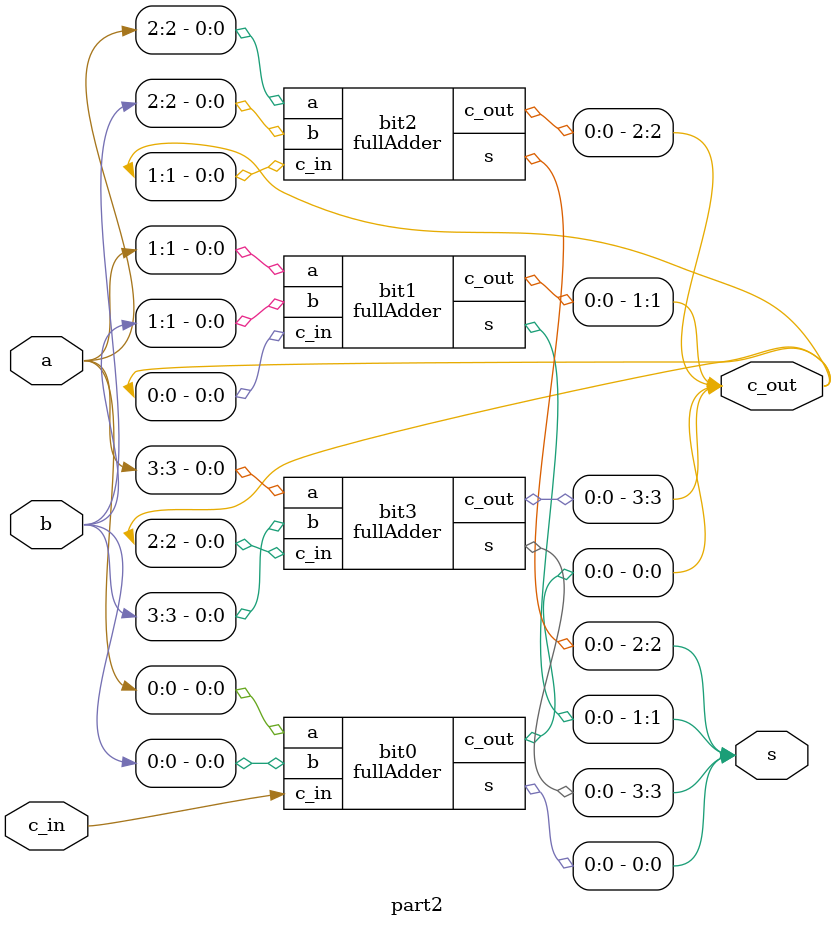
<source format=v>
module fullAdder(a, b, c_in, s, c_out);

	input a, b, c_in;
	output s, c_out;

	assign s = c_in^a^b;
	assign c_out = (a & b) | (c_in & a) | (c_in & b);

endmodule


module part2(a, b, c_in, s, c_out);
	
	input c_in;
	input [3:0] a;
	input [3:0] b;

	output [3:0] s;
	output [3:0] c_out;

	fullAdder bit0(a[0], b[0], c_in, s[0], c_out[0]);

	fullAdder bit1(a[1], b[1], c_out[0], s[1], c_out[1]);

	fullAdder bit2(a[2], b[2], c_out[1], s[2], c_out[2]);

	fullAdder bit3(a[3], b[3], c_out[2], s[3], c_out[3]);

endmodule
</source>
